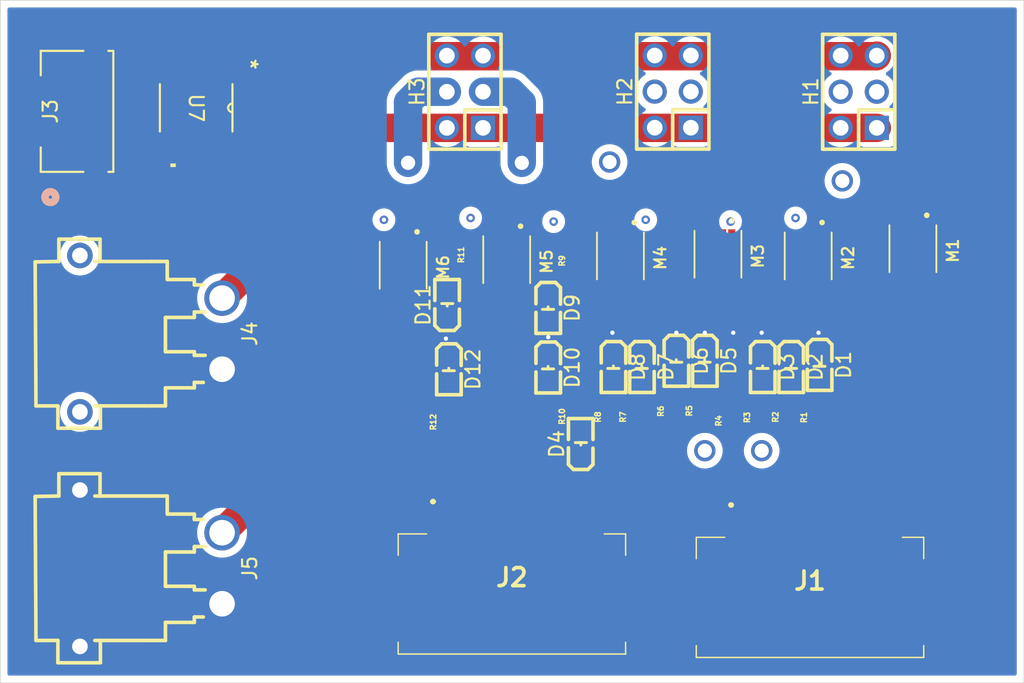
<source format=kicad_pcb>
(kicad_pcb (version 20241229) (generator "pcbnew") (generator_version "9.0")
  (layers (0 "F.Cu" signal) (2 "B.Cu" signal) (13 "F.Paste" user) (15 "B.Paste" user) (5 "F.SilkS" user "F.Silkscreen") (7 "B.SilkS" user "B.Silkscreen") (1 "F.Mask" user) (3 "B.Mask" user) (25 "Edge.Cuts" user))
  (net 0 "")
  (net 1 "Net-(D1-Pad1)")
  (net 2 "GND")
  (net 3 "Net-(D2-Pad1)")
  (net 4 "Net-(D3-Pad1)")
  (net 5 "Net-(D4-Pad1)")
  (net 6 "Net-(D5-Pad1)")
  (net 7 "Net-(D6-Pad1)")
  (net 8 "Net-(D7-Pad1)")
  (net 9 "Net-(D8-Pad1)")
  (net 10 "Net-(D9-Pad1)")
  (net 11 "Net-(D10-Pad1)")
  (net 12 "Net-(D11-Pad1)")
  (net 13 "Net-(D12-Pad1)")
  (net 14 "SOL_2_PWR")
  (net 15 "SOL_1_PWR")
  (net 18 "SOL_3_PWR")
  (net 20 "SOL_5_PWR")
  (net 21 "SOL_6_PWR")
  (net 22 "SOL_4_PWR")
  (net 24 "SDA")
  (net 25 "I2C_GND")
  (net 26 "I2C_PWR")
  (net 27 "SCK")
  (net 30 "+12V")
  (net 31 "+6V")
  (net 32 "GATE_1")
  (net 33 "GATE_2")
  (net 34 "GATE_3")
  (net 35 "GATE_4")
  (net 36 "GATE_5")
  (net 37 "GATE_6")
  (net 44 "SRC_1")
  (net 45 "SRC_2")
  (net 46 "SRC_3")
  (net 47 "SRC_4")
  (net 48 "SRC_5")
  (net 49 "SRC_6")
  (footprint "Downloaded:RESC1607X60N" (layer "F.Cu") (at 144.632003 81.083 90)
    (property "Reference" "R3" (at -0.26 -1.1 90) (layer "F.SilkS") (effects (font (size 0.393701 0.393701))))
    (property "Value" "4.7kΩ")
    (pad "1" smd rect (at -0.735 0 90) (size 1.04 1.02) (layers "F.Cu" "F.Mask" "F.Paste") (net 45 "SRC_2"))
    (pad "2" smd rect (at 0.735 0 90) (size 1.04 1.02) (layers "F.Cu" "F.Mask" "F.Paste") (net 4 "Net-(D3-Pad1)"))
  )
  (footprint "Downloaded:RESC1607X60N" (layer "F.Cu") (at 142.632003 81.318 90)
    (property "Reference" "R4" (at -0.26 -1.1 90) (layer "F.SilkS") (effects (font (size 0.393701 0.393701))))
    (property "Value" "4.7kΩ")
    (pad "1" smd rect (at -0.735 0 90) (size 1.04 1.02) (layers "F.Cu" "F.Mask" "F.Paste") (net 14 "SOL_2_PWR"))
    (pad "2" smd rect (at 0.735 0 90) (size 1.04 1.02) (layers "F.Cu" "F.Mask" "F.Paste") (net 5 "Net-(D4-Pad1)"))
  )
  (footprint "Downloaded:TRANS_CSD17308Q3" (layer "F.Cu") (at 141.478 69.8585 -90)
    (property "Reference" "M3" (at 0.14 -2.808 90) (layer "F.SilkS") (effects (font (size 0.8 0.8))))
    (property "Value" "CSD16323Q3")
    (pad "1" smd rect (at -1.435 0.975 270) (size 0.63 0.5) (layers "F.Cu") (net 34 "GATE_3"))
    (pad "2" smd rect (at -1.435 -0.975 270) (size 0.63 0.5) (layers "F.Cu") (net 46 "SRC_3"))
    (pad "2" smd rect (at -1.435 -0.325 270) (size 0.63 0.5) (layers "F.Cu") (net 46 "SRC_3"))
    (pad "2" smd rect (at -1.435 0.325 270) (size 0.63 0.5) (layers "F.Cu") (net 46 "SRC_3"))
    (pad "3" smd custom (at 0 0 270) (size 0.63 0.5) (layers "F.Cu") (net 18 "SOL_3_PWR") (options (clearance outline) (anchor rect)) (primitives (gr_poly (pts (xy 1.75 -1.225) (xy 1.75 -0.725) (xy 1.34 -0.725) (xy 1.34 -0.575) (xy 1.75 -0.575) (xy 1.75 -0.075) (xy 1.34 -0.075) (xy 1.34 0.075) (xy 1.75 0.075) (xy 1.75 0.575) (xy 1.34 0.575) (xy 1.34 0.725) (xy 1.75 0.725) (xy 1.75 1.225) (xy -0.56 1.225) (xy -0.56 -1.225)) (width 0.01) (fill yes))))
  )
  (footprint "Downloaded:PW16" (layer "F.Cu") (at 104.775 59.563 -90)
    (property "Reference" "U7" (at 0 0 270) (layer "F.SilkS"))
    (property "Value" "PCA9534PWR")
    (fp_text user "*" (at -3.0734 -3.773601 270) (layer "F.SilkS"))
    (fp_text user "*" (at -3.0734 -3.773601 270) (layer "F.SilkS"))
    (pad "1" smd rect (at -2.8194 -2.274999 270) (size 1.6764 0.3556) (layers "F.Cu" "F.Mask" "F.Paste"))
    (pad "2" smd rect (at -2.8194 -1.625001 270) (size 1.6764 0.3556) (layers "F.Cu" "F.Mask" "F.Paste"))
    (pad "3" smd rect (at -2.8194 -0.974999 270) (size 1.6764 0.3556) (layers "F.Cu" "F.Mask" "F.Paste"))
    (pad "4" smd rect (at -2.8194 -0.325001 270) (size 1.6764 0.3556) (layers "F.Cu" "F.Mask" "F.Paste") (net 32 "GATE_1"))
    (pad "5" smd rect (at -2.8194 0.324998 270) (size 1.6764 0.3556) (layers "F.Cu" "F.Mask" "F.Paste") (net 33 "GATE_2"))
    (pad "6" smd rect (at -2.8194 0.974999 270) (size 1.6764 0.3556) (layers "F.Cu" "F.Mask" "F.Paste") (net 34 "GATE_3"))
    (pad "7" smd rect (at -2.8194 1.624998 270) (size 1.6764 0.3556) (layers "F.Cu" "F.Mask" "F.Paste") (net 35 "GATE_4"))
    (pad "8" smd rect (at -2.8194 2.274999 270) (size 1.6764 0.3556) (layers "F.Cu" "F.Mask" "F.Paste") (net 25 "I2C_GND"))
    (pad "9" smd rect (at 2.8194 2.274999 270) (size 1.6764 0.3556) (layers "F.Cu" "F.Mask" "F.Paste") (net 36 "GATE_5"))
    (pad "10" smd rect (at 2.8194 1.625001 270) (size 1.6764 0.3556) (layers "F.Cu" "F.Mask" "F.Paste") (net 37 "GATE_6"))
    (pad "11" smd rect (at 2.8194 0.974999 270) (size 1.6764 0.3556) (layers "F.Cu" "F.Mask" "F.Paste"))
    (pad "12" smd rect (at 2.8194 0.325001 270) (size 1.6764 0.3556) (layers "F.Cu" "F.Mask" "F.Paste"))
    (pad "13" smd rect (at 2.8194 -0.324998 270) (size 1.6764 0.3556) (layers "F.Cu" "F.Mask" "F.Paste"))
    (pad "14" smd rect (at 2.8194 -0.974999 270) (size 1.6764 0.3556) (layers "F.Cu" "F.Mask" "F.Paste") (net 27 "SCK"))
    (pad "15" smd rect (at 2.8194 -1.624998 270) (size 1.6764 0.3556) (layers "F.Cu" "F.Mask" "F.Paste") (net 24 "SDA"))
    (pad "16" smd rect (at 2.8194 -2.274999 270) (size 1.6764 0.3556) (layers "F.Cu" "F.Mask" "F.Paste") (net 26 "I2C_PWR"))
  )
  (footprint "Downloaded:HDR-TH_6P-P2.54-V-M-R2-C3-S2.54-2" (layer "F.Cu") (at 123.681 58.43 90)
    (property "Reference" "H3" (at 0 -3.367 90) (layer "F.SilkS"))
    (property "Value" "~")
    (pad "1" thru_hole rect (at -2.54 1.27 90) (size 1.7 1.7) (drill 1.1) (layers "*.Cu" "*.Mask") (net 31 "+6V"))
    (pad "2" thru_hole circle (at -2.54 -1.27 90) (size 1.7 1.7) (drill 1.1) (layers "*.Cu" "*.Mask") (net 31 "+6V"))
    (pad "3" thru_hole circle (at 0 1.27 90) (size 1.7 1.7) (drill 1.1) (layers "*.Cu" "*.Mask") (net 48 "SRC_5"))
    (pad "4" thru_hole circle (at 0 -1.27 90) (size 1.7 1.7) (drill 1.1) (layers "*.Cu" "*.Mask") (net 49 "SRC_6"))
    (pad "5" thru_hole circle (at 2.54 1.27 90) (size 1.7 1.7) (drill 1.1) (layers "*.Cu" "*.Mask") (net 30 "+12V"))
    (pad "6" thru_hole circle (at 2.54 -1.27 90) (size 1.7 1.7) (drill 1.1) (layers "*.Cu" "*.Mask") (net 30 "+12V"))
  )
  (footprint "Downloaded:TRANS_CSD17308Q3" (layer "F.Cu") (at 134.62 69.977 -90)
    (property "Reference" "M4" (at 0.14 -2.808 90) (layer "F.SilkS") (effects (font (size 0.8 0.8))))
    (property "Value" "CSD16323Q3")
    (pad "1" smd rect (at -1.435 0.975 270) (size 0.63 0.5) (layers "F.Cu") (net 35 "GATE_4"))
    (pad "2" smd rect (at -1.435 -0.975 270) (size 0.63 0.5) (layers "F.Cu") (net 47 "SRC_4"))
    (pad "2" smd rect (at -1.435 -0.325 270) (size 0.63 0.5) (layers "F.Cu") (net 47 "SRC_4"))
    (pad "2" smd rect (at -1.435 0.325 270) (size 0.63 0.5) (layers "F.Cu") (net 47 "SRC_4"))
    (pad "3" smd custom (at 0 0 270) (size 0.63 0.5) (layers "F.Cu") (net 22 "SOL_4_PWR") (options (clearance outline) (anchor rect)) (primitives (gr_poly (pts (xy 1.75 -1.225) (xy 1.75 -0.725) (xy 1.34 -0.725) (xy 1.34 -0.575) (xy 1.75 -0.575) (xy 1.75 -0.075) (xy 1.34 -0.075) (xy 1.34 0.075) (xy 1.75 0.075) (xy 1.75 0.575) (xy 1.34 0.575) (xy 1.34 0.725) (xy 1.75 0.725) (xy 1.75 1.225) (xy -0.56 1.225) (xy -0.56 -1.225)) (width 0.01) (fill yes))))
  )
  (footprint "Downloaded:CONN-TH_XT30PW-M" (layer "F.Cu") (at 101.59725 91.948 -90)
    (property "Reference" "J5" (at 0 -6.95 90) (layer "F.SilkS"))
    (property "Value" "XT30PW-M30.G.Y1")
    (pad "1" thru_hole circle (at -2.5 -5 270) (size 2.5 2.5) (drill 1.8) (layers "*.Cu" "*.Mask") (net 31 "+6V"))
    (pad "2" thru_hole circle (at 2.5 -5 270) (size 2.5 2.5) (drill 1.8) (layers "*.Cu" "*.Mask") (net 2 "GND"))
    (pad "3" thru_hole circle (at 5.5 5 270) (size 1.8 1.8) (drill 1.1) (layers "*.Cu" "*.Mask") (net 2 "GND"))
    (pad "4" thru_hole circle (at -5.5 5 270) (size 1.8 1.8) (drill 1.1) (layers "*.Cu" "*.Mask") (net 2 "GND"))
  )
  (footprint "Downloaded:RESC1607X60N" (layer "F.Cu") (at 140.557 80.615 90)
    (property "Reference" "R5" (at -0.26 -1.1 90) (layer "F.SilkS") (effects (font (size 0.393701 0.393701))))
    (property "Value" "4.7kΩ")
    (pad "1" smd rect (at -0.735 0 90) (size 1.04 1.02) (layers "F.Cu" "F.Mask" "F.Paste") (net 46 "SRC_3"))
    (pad "2" smd rect (at 0.735 0 90) (size 1.04 1.02) (layers "F.Cu" "F.Mask" "F.Paste") (net 6 "Net-(D5-Pad1)"))
  )
  (footprint "Downloaded:RESC1607X60N" (layer "F.Cu") (at 122.555 81.407 90)
    (property "Reference" "R12" (at -0.26 -1.1 90) (layer "F.SilkS") (effects (font (size 0.393701 0.393701))))
    (property "Value" "4.7kΩ")
    (pad "1" smd rect (at -0.735 0 90) (size 1.04 1.02) (layers "F.Cu" "F.Mask" "F.Paste") (net 21 "SOL_6_PWR"))
    (pad "2" smd rect (at 0.735 0 90) (size 1.04 1.02) (layers "F.Cu" "F.Mask" "F.Paste") (net 13 "Net-(D12-Pad1)"))
  )
  (footprint "Downloaded:TRANS_CSD17308Q3" (layer "F.Cu") (at 119.337 70.634502 -90)
    (property "Reference" "M6" (at 0.14 -2.808 90) (layer "F.SilkS") (effects (font (size 0.8 0.8))))
    (property "Value" "CSD16323Q3")
    (pad "1" smd rect (at -1.435 0.975 270) (size 0.63 0.5) (layers "F.Cu") (net 37 "GATE_6"))
    (pad "2" smd rect (at -1.435 -0.975 270) (size 0.63 0.5) (layers "F.Cu") (net 49 "SRC_6"))
    (pad "2" smd rect (at -1.435 -0.325 270) (size 0.63 0.5) (layers "F.Cu") (net 49 "SRC_6"))
    (pad "2" smd rect (at -1.435 0.325 270) (size 0.63 0.5) (layers "F.Cu") (net 49 "SRC_6"))
    (pad "3" smd custom (at 0 0 270) (size 0.63 0.5) (layers "F.Cu") (net 21 "SOL_6_PWR") (options (clearance outline) (anchor rect)) (primitives (gr_poly (pts (xy 1.75 -1.225) (xy 1.75 -0.725) (xy 1.34 -0.725) (xy 1.34 -0.575) (xy 1.75 -0.575) (xy 1.75 -0.075) (xy 1.34 -0.075) (xy 1.34 0.075) (xy 1.75 0.075) (xy 1.75 0.575) (xy 1.34 0.575) (xy 1.34 0.725) (xy 1.75 0.725) (xy 1.75 1.225) (xy -0.56 1.225) (xy -0.56 -1.225)) (width 0.01) (fill yes))))
  )
  (footprint "Downloaded:LED0603-R-RD_GREEN" (layer "F.Cu") (at 134.132003 77.818 -90)
    (property "Reference" "D8" (at -0.02525 -1.6905 90) (layer "F.SilkS"))
    (property "Value" "SZYY0603G")
    (pad "1" smd rect (at 0.851 0) (size 0.8 0.8) (layers "F.Cu" "F.Mask" "F.Paste") (net 9 "Net-(D8-Pad1)"))
    (pad "2" smd rect (at -0.851 0) (size 0.8 0.8) (layers "F.Cu" "F.Mask" "F.Paste") (net 2 "GND"))
  )
  (footprint "Downloaded:RESC1607X60N" (layer "F.Cu") (at 146.632003 81.053 90)
    (property "Reference" "R2" (at -0.26 -1.1 90) (layer "F.SilkS") (effects (font (size 0.393701 0.393701))))
    (property "Value" "4.7kΩ")
    (pad "1" smd rect (at -0.735 0 90) (size 1.04 1.02) (layers "F.Cu" "F.Mask" "F.Paste") (net 15 "SOL_1_PWR"))
    (pad "2" smd rect (at 0.735 0 90) (size 1.04 1.02) (layers "F.Cu" "F.Mask" "F.Paste") (net 3 "Net-(D2-Pad1)"))
  )
  (footprint "Downloaded:CONN-TH_XT30PW-M" (layer "F.Cu") (at 101.59725 75.448 -90)
    (property "Reference" "J4" (at 0 -6.95 90) (layer "F.SilkS"))
    (property "Value" "XT30PW-M30.G.Y1")
    (pad "1" thru_hole circle (at -2.5 -5 270) (size 2.5 2.5) (drill 1.8) (layers "*.Cu" "*.Mask") (net 30 "+12V"))
    (pad "2" thru_hole circle (at 2.5 -5 270) (size 2.5 2.5) (drill 1.8) (layers "*.Cu" "*.Mask") (net 2 "GND"))
    (pad "3" thru_hole circle (at 5.5 5 270) (size 1.8 1.8) (drill 1.1) (layers "*.Cu" "*.Mask"))
    (pad "4" thru_hole circle (at -5.5 5 270) (size 1.8 1.8) (drill 1.1) (layers "*.Cu" "*.Mask"))
  )
  (footprint "Downloaded:RESC1607X60N" (layer "F.Cu") (at 134.132003 81.053 90)
    (property "Reference" "R8" (at -0.26 -1.1 90) (layer "F.SilkS") (effects (font (size 0.393701 0.393701))))
    (property "Value" "4.7kΩ")
    (pad "1" smd rect (at -0.735 0 90) (size 1.04 1.02) (layers "F.Cu" "F.Mask" "F.Paste") (net 22 "SOL_4_PWR"))
    (pad "2" smd rect (at 0.735 0 90) (size 1.04 1.02) (layers "F.Cu" "F.Mask" "F.Paste") (net 9 "Net-(D8-Pad1)"))
  )
  (footprint "Downloaded:HDR-TH_6P-P2.54-V-M-R2-C3-S2.54-2" (layer "F.Cu") (at 151.384 58.43 90)
    (property "Reference" "H1" (at 0 -3.367 90) (layer "F.SilkS"))
    (property "Value" "~")
    (pad "1" thru_hole rect (at -2.54 1.27 90) (size 1.7 1.7) (drill 1.1) (layers "*.Cu" "*.Mask") (net 31 "+6V"))
    (pad "2" thru_hole circle (at -2.54 -1.27 90) (size 1.7 1.7) (drill 1.1) (layers "*.Cu" "*.Mask") (net 31 "+6V"))
    (pad "3" thru_hole circle (at 0 1.27 90) (size 1.7 1.7) (drill 1.1) (layers "*.Cu" "*.Mask") (net 44 "SRC_1"))
    (pad "4" thru_hole circle (at 0 -1.27 90) (size 1.7 1.7) (drill 1.1) (layers "*.Cu" "*.Mask") (net 45 "SRC_2"))
    (pad "5" thru_hole circle (at 2.54 1.27 90) (size 1.7 1.7) (drill 1.1) (layers "*.Cu" "*.Mask") (net 30 "+12V"))
    (pad "6" thru_hole circle (at 2.54 -1.27 90) (size 1.7 1.7) (drill 1.1) (layers "*.Cu" "*.Mask") (net 30 "+12V"))
  )
  (footprint "Downloaded:LED0603-R-RD_ORANGE" (layer "F.Cu") (at 144.632003 77.818 -90)
    (property "Reference" "D3" (at -0.02525 -1.6905 90) (layer "F.SilkS"))
    (property "Value" "SZYY0603O")
    (pad "1" smd rect (at 0.851 0) (size 0.8 0.8) (layers "F.Cu" "F.Mask" "F.Paste") (net 4 "Net-(D3-Pad1)"))
    (pad "2" smd rect (at -0.851 0) (size 0.8 0.8) (layers "F.Cu" "F.Mask" "F.Paste") (net 2 "GND"))
  )
  (footprint "Downloaded:CONN_SM04B-GHS-TB_JST" (layer "F.Cu") (at 96.394 59.809 90)
    (property "Reference" "J3" (at 0 -1.8757 90) (layer "F.SilkS"))
    (property "Value" "SM04B-GHS-TB")
    (pad "1" smd rect (at -1.875 -1.8757 90) (size 0.6604 1.7018) (layers "F.Cu" "F.Mask" "F.Paste") (net 24 "SDA"))
    (pad "2" smd rect (at -0.625 -1.8757 90) (size 0.6604 1.7018) (layers "F.Cu" "F.Mask" "F.Paste") (net 27 "SCK"))
    (pad "3" smd rect (at 0.625 -1.8757 90) (size 0.6604 1.7018) (layers "F.Cu" "F.Mask" "F.Paste") (net 26 "I2C_PWR"))
    (pad "4" smd rect (at 1.875 -1.8757 90) (size 0.6604 1.7018) (layers "F.Cu" "F.Mask" "F.Paste") (net 25 "I2C_GND"))
    (pad "5" smd rect (at -3.724999 1.324301 180) (size 1.0922 2.794) (layers "F.Cu" "F.Mask" "F.Paste"))
    (pad "6" smd rect (at 3.724999 1.324301 180) (size 1.0922 2.794) (layers "F.Cu" "F.Mask" "F.Paste"))
  )
  (footprint "Downloaded:RESC1607X60N" (layer "F.Cu") (at 129.413 81.534 -90)
    (property "Reference" "R10" (at -0.26 -1.1 90) (layer "F.SilkS") (effects (font (size 0.393701 0.393701))))
    (property "Value" "4.7kΩ")
    (pad "1" smd rect (at -0.735 0 270) (size 1.04 1.02) (layers "F.Cu" "F.Mask" "F.Paste") (net 20 "SOL_5_PWR"))
    (pad "2" smd rect (at 0.735 0 270) (size 1.04 1.02) (layers "F.Cu" "F.Mask" "F.Paste") (net 11 "Net-(D10-Pad1)"))
  )
  (footprint "Downloaded:RESC1607X60N" (layer "F.Cu") (at 148.632003 81.083 90)
    (property "Reference" "R1" (at -0.26 -1.1 90) (layer "F.SilkS") (effects (font (size 0.393701 0.393701))))
    (property "Value" "4.7kΩ")
    (pad "1" smd rect (at -0.735 0 90) (size 1.04 1.02) (layers "F.Cu" "F.Mask" "F.Paste") (net 44 "SRC_1"))
    (pad "2" smd rect (at 0.735 0 90) (size 1.04 1.02) (layers "F.Cu" "F.Mask" "F.Paste") (net 1 "Net-(D1-Pad1)"))
  )
  (footprint "Downloaded:HDR-TH_6P-P2.54-V-M-R2-C3-S2.54-2" (layer "F.Cu") (at 138.303 58.42 90)
    (property "Reference" "H2" (at 0 -3.367 90) (layer "F.SilkS"))
    (property "Value" "~" (hide yes))
    (pad "1" thru_hole rect (at -2.54 1.27 90) (size 1.7 1.7) (drill 1.1) (layers "*.Cu" "*.Mask") (net 31 "+6V"))
    (pad "2" thru_hole circle (at -2.54 -1.27 90) (size 1.7 1.7) (drill 1.1) (layers "*.Cu" "*.Mask") (net 31 "+6V"))
    (pad "3" thru_hole circle (at 0 1.27 90) (size 1.7 1.7) (drill 1.1) (layers "*.Cu" "*.Mask") (net 46 "SRC_3"))
    (pad "4" thru_hole circle (at 0 -1.27 90) (size 1.7 1.7) (drill 1.1) (layers "*.Cu" "*.Mask") (net 47 "SRC_4"))
    (pad "5" thru_hole circle (at 2.54 1.27 90) (size 1.7 1.7) (drill 1.1) (layers "*.Cu" "*.Mask") (net 30 "+12V"))
    (pad "6" thru_hole circle (at 2.54 -1.27 90) (size 1.7 1.7) (drill 1.1) (layers "*.Cu" "*.Mask") (net 30 "+12V"))
  )
  (footprint "Downloaded:LED0603-R-RD_GREEN" (layer "F.Cu") (at 122.555 77.978 -90)
    (property "Reference" "D12" (at -0.02525 -1.6905 90) (layer "F.SilkS"))
    (property "Value" "SZYY0603G")
    (pad "1" smd rect (at 0.851 0) (size 0.8 0.8) (layers "F.Cu" "F.Mask" "F.Paste") (net 13 "Net-(D12-Pad1)"))
    (pad "2" smd rect (at -0.851 0) (size 0.8 0.8) (layers "F.Cu" "F.Mask" "F.Paste") (net 2 "GND"))
  )
  (footprint "Downloaded:5055780671" (layer "F.Cu") (at 147.955 93.9995)
    (property "Reference" "J1" (at 0 -1.163 0) (layer "F.SilkS") (effects (font (size 1.27 1.27) (thickness 0.254))))
    (property "Value" "505578-0671" (hide yes))
    (pad "1" smd rect (at -5 -4.225) (size 1 2.5) (layers "F.Cu" "F.Mask" "F.Paste") (net 18 "SOL_3_PWR"))
    (pad "2" smd rect (at -3 -4.225) (size 1 2.5) (layers "F.Cu" "F.Mask" "F.Paste") (net 2 "GND"))
    (pad "3" smd rect (at -1 -4.225) (size 1 2.5) (layers "F.Cu" "F.Mask" "F.Paste") (net 14 "SOL_2_PWR"))
    (pad "4" smd rect (at 1 -4.225) (size 1 2.5) (layers "F.Cu" "F.Mask" "F.Paste") (net 2 "GND"))
    (pad "5" smd rect (at 3 -4.225) (size 1 2.5) (layers "F.Cu" "F.Mask" "F.Paste") (net 15 "SOL_1_PWR"))
    (pad "6" smd rect (at 5 -4.225) (size 1 2.5) (layers "F.Cu" "F.Mask" "F.Paste") (net 2 "GND"))
    (pad "MP1" smd rect (at 7.4 -0.075) (size 1.8 3.8) (layers "F.Cu" "F.Mask" "F.Paste"))
    (pad "MP2" smd rect (at -7.4 -0.075) (size 1.8 3.8) (layers "F.Cu" "F.Mask" "F.Paste"))
  )
  (footprint "Downloaded:LED0603-R-RD_ORANGE" (layer "F.Cu") (at 140.557 77.38 -90)
    (property "Reference" "D5" (at -0.02525 -1.6905 90) (layer "F.SilkS"))
    (property "Value" "SZYY0603O")
    (pad "1" smd rect (at 0.851 0) (size 0.8 0.8) (layers "F.Cu" "F.Mask" "F.Paste") (net 6 "Net-(D5-Pad1)"))
    (pad "2" smd rect (at -0.851 0) (size 0.8 0.8) (layers "F.Cu" "F.Mask" "F.Paste") (net 2 "GND"))
  )
  (footprint "Downloaded:TRANS_CSD17308Q3" (layer "F.Cu") (at 147.828 69.977 -90)
    (property "Reference" "M2" (at 0.14 -2.808 90) (layer "F.SilkS") (effects (font (size 0.8 0.8))))
    (property "Value" "CSD16323Q3")
    (pad "1" smd rect (at -1.435 0.975 270) (size 0.63 0.5) (layers "F.Cu") (net 33 "GATE_2"))
    (pad "2" smd rect (at -1.435 -0.975 270) (size 0.63 0.5) (layers "F.Cu") (net 45 "SRC_2"))
    (pad "2" smd rect (at -1.435 -0.325 270) (size 0.63 0.5) (layers "F.Cu") (net 45 "SRC_2"))
    (pad "2" smd rect (at -1.435 0.325 270) (size 0.63 0.5) (layers "F.Cu") (net 45 "SRC_2"))
    (pad "3" smd custom (at 0 0 270) (size 0.63 0.5) (layers "F.Cu") (net 14 "SOL_2_PWR") (options (clearance outline) (anchor rect)) (primitives (gr_poly (pts (xy 1.75 -1.225) (xy 1.75 -0.725) (xy 1.34 -0.725) (xy 1.34 -0.575) (xy 1.75 -0.575) (xy 1.75 -0.075) (xy 1.34 -0.075) (xy 1.34 0.075) (xy 1.75 0.075) (xy 1.75 0.575) (xy 1.34 0.575) (xy 1.34 0.725) (xy 1.75 0.725) (xy 1.75 1.225) (xy -0.56 1.225) (xy -0.56 -1.225)) (width 0.01) (fill yes))))
  )
  (footprint "Downloaded:TRANS_CSD17308Q3" (layer "F.Cu") (at 155.194 69.469 -90)
    (property "Reference" "M1" (at 0.14 -2.808 90) (layer "F.SilkS") (effects (font (size 0.8 0.8))))
    (property "Value" "CSD16323Q3")
    (pad "1" smd rect (at -1.435 0.975 270) (size 0.63 0.5) (layers "F.Cu") (net 32 "GATE_1"))
    (pad "2" smd rect (at -1.435 -0.975 270) (size 0.63 0.5) (layers "F.Cu") (net 44 "SRC_1"))
    (pad "2" smd rect (at -1.435 -0.325 270) (size 0.63 0.5) (layers "F.Cu") (net 44 "SRC_1"))
    (pad "2" smd rect (at -1.435 0.325 270) (size 0.63 0.5) (layers "F.Cu") (net 44 "SRC_1"))
    (pad "3" smd custom (at 0 0 270) (size 0.63 0.5) (layers "F.Cu") (net 15 "SOL_1_PWR") (options (clearance outline) (anchor rect)) (primitives (gr_poly (pts (xy 1.75 -1.225) (xy 1.75 -0.725) (xy 1.34 -0.725) (xy 1.34 -0.575) (xy 1.75 -0.575) (xy 1.75 -0.075) (xy 1.34 -0.075) (xy 1.34 0.075) (xy 1.75 0.075) (xy 1.75 0.575) (xy 1.34 0.575) (xy 1.34 0.725) (xy 1.75 0.725) (xy 1.75 1.225) (xy -0.56 1.225) (xy -0.56 -1.225)) (width 0.01) (fill yes))))
  )
  (footprint "Downloaded:LED0603-R-RD_ORANGE" (layer "F.Cu") (at 122.428 73.406 90)
    (property "Reference" "D11" (at -0.02525 -1.6905 90) (layer "F.SilkS"))
    (property "Value" "SZYY0603O")
    (pad "1" smd rect (at 0.851 0 180) (size 0.8 0.8) (layers "F.Cu" "F.Mask" "F.Paste") (net 12 "Net-(D11-Pad1)"))
    (pad "2" smd rect (at -0.851 0 180) (size 0.8 0.8) (layers "F.Cu" "F.Mask" "F.Paste") (net 2 "GND"))
  )
  (footprint "Downloaded:RESC1607X60N" (layer "F.Cu") (at 122.311 70.1655 -90)
    (property "Reference" "R11" (at -0.26 -1.1 90) (layer "F.SilkS") (effects (font (size 0.393701 0.393701))))
    (property "Value" "4.7kΩ")
    (pad "1" smd rect (at -0.735 0 270) (size 1.04 1.02) (layers "F.Cu" "F.Mask" "F.Paste") (net 49 "SRC_6"))
    (pad "2" smd rect (at 0.735 0 270) (size 1.04 1.02) (layers "F.Cu" "F.Mask" "F.Paste") (net 12 "Net-(D11-Pad1)"))
  )
  (footprint "Downloaded:TRANS_CSD17308Q3" (layer "F.Cu") (at 126.619 70.2395 -90)
    (property "Reference" "M5" (at 0.14 -2.808 90) (layer "F.SilkS") (effects (font (size 0.8 0.8))))
    (property "Value" "CSD16323Q3")
    (pad "1" smd rect (at -1.435 0.975 270) (size 0.63 0.5) (layers "F.Cu") (net 36 "GATE_5"))
    (pad "2" smd rect (at -1.435 -0.975 270) (size 0.63 0.5) (layers "F.Cu") (net 48 "SRC_5"))
    (pad "2" smd rect (at -1.435 -0.325 270) (size 0.63 0.5) (layers "F.Cu") (net 48 "SRC_5"))
    (pad "2" smd rect (at -1.435 0.325 270) (size 0.63 0.5) (layers "F.Cu") (net 48 "SRC_5"))
    (pad "3" smd custom (at 0 0 270) (size 0.63 0.5) (layers "F.Cu") (net 20 "SOL_5_PWR") (options (clearance outline) (anchor rect)) (primitives (gr_poly (pts (xy 1.75 -1.225) (xy 1.75 -0.725) (xy 1.34 -0.725) (xy 1.34 -0.575) (xy 1.75 -0.575) (xy 1.75 -0.075) (xy 1.34 -0.075) (xy 1.34 0.075) (xy 1.75 0.075) (xy 1.75 0.575) (xy 1.34 0.575) (xy 1.34 0.725) (xy 1.75 0.725) (xy 1.75 1.225) (xy -0.56 1.225) (xy -0.56 -1.225)) (width 0.01) (fill yes))))
  )
  (footprint "Downloaded:LED0603-R-RD_GREEN" (layer "F.Cu") (at 138.557 77.38 -90)
    (property "Reference" "D6" (at -0.02525 -1.6905 90) (layer "F.SilkS"))
    (property "Value" "SZYY0603G")
    (pad "1" smd rect (at 0.851 0) (size 0.8 0.8) (layers "F.Cu" "F.Mask" "F.Paste") (net 7 "Net-(D6-Pad1)"))
    (pad "2" smd rect (at -0.851 0) (size 0.8 0.8) (layers "F.Cu" "F.Mask" "F.Paste") (net 2 "GND"))
  )
  (footprint "Downloaded:LED0603-R-RD_ORANGE" (layer "F.Cu") (at 136.132003 77.818 -90)
    (property "Reference" "D7" (at -0.02525 -1.6905 90) (layer "F.SilkS"))
    (property "Value" "SZYY0603O")
    (pad "1" smd rect (at 0.851 0) (size 0.8 0.8) (layers "F.Cu" "F.Mask" "F.Paste") (net 8 "Net-(D7-Pad1)"))
    (pad "2" smd rect (at -0.851 0) (size 0.8 0.8) (layers "F.Cu" "F.Mask" "F.Paste") (net 2 "GND"))
  )
  (footprint "Downloaded:5055780671" (layer "F.Cu") (at 126.984 93.76)
    (property "Reference" "J2" (at 0 -1.163 0) (layer "F.SilkS") (effects (font (size 1.27 1.27) (thickness 0.254))))
    (property "Value" "505578-0671" (hide yes))
    (pad "1" smd rect (at -5 -4.225) (size 1 2.5) (layers "F.Cu" "F.Mask" "F.Paste") (net 21 "SOL_6_PWR"))
    (pad "2" smd rect (at -3 -4.225) (size 1 2.5) (layers "F.Cu" "F.Mask" "F.Paste") (net 2 "GND"))
    (pad "3" smd rect (at -1 -4.225) (size 1 2.5) (layers "F.Cu" "F.Mask" "F.Paste") (net 20 "SOL_5_PWR"))
    (pad "4" smd rect (at 1 -4.225) (size 1 2.5) (layers "F.Cu" "F.Mask" "F.Paste") (net 2 "GND"))
    (pad "5" smd rect (at 3 -4.225) (size 1 2.5) (layers "F.Cu" "F.Mask" "F.Paste") (net 22 "SOL_4_PWR"))
    (pad "6" smd rect (at 5 -4.225) (size 1 2.5) (layers "F.Cu" "F.Mask" "F.Paste") (net 2 "GND"))
    (pad "MP1" smd rect (at 7.4 -0.075) (size 1.8 3.8) (layers "F.Cu" "F.Mask" "F.Paste"))
    (pad "MP2" smd rect (at -7.4 -0.075) (size 1.8 3.8) (layers "F.Cu" "F.Mask" "F.Paste"))
  )
  (footprint "Downloaded:RESC1607X60N" (layer "F.Cu") (at 138.557 80.645 90)
    (property "Reference" "R6" (at -0.26 -1.1 90) (layer "F.SilkS") (effects (font (size 0.393701 0.393701))))
    (property "Value" "4.7kΩ")
    (pad "1" smd rect (at -0.735 0 90) (size 1.04 1.02) (layers "F.Cu" "F.Mask" "F.Paste") (net 18 "SOL_3_PWR"))
    (pad "2" smd rect (at 0.735 0 90) (size 1.04 1.02) (layers "F.Cu" "F.Mask" "F.Paste") (net 7 "Net-(D6-Pad1)"))
  )
  (footprint "Downloaded:LED0603-R-RD_GREEN" (layer "F.Cu") (at 146.632003 77.818 -90)
    (property "Reference" "D2" (at -0.02525 -1.6905 90) (layer "F.SilkS"))
    (property "Value" "SZYY0603G")
    (pad "1" smd rect (at 0.851 0) (size 0.8 0.8) (layers "F.Cu" "F.Mask" "F.Paste") (net 3 "Net-(D2-Pad1)"))
    (pad "2" smd rect (at -0.851 0) (size 0.8 0.8) (layers "F.Cu" "F.Mask" "F.Paste") (net 2 "GND"))
  )
  (footprint "Downloaded:LED0603-R-RD_GREEN" (layer "F.Cu") (at 131.826 83.185 90)
    (property "Reference" "D4" (at -0.02525 -1.6905 90) (layer "F.SilkS"))
    (property "Value" "SZYY0603G")
    (pad "1" smd rect (at 0.851 0 180) (size 0.8 0.8) (layers "F.Cu" "F.Mask" "F.Paste") (net 5 "Net-(D4-Pad1)"))
    (pad "2" smd rect (at -0.851 0 180) (size 0.8 0.8) (layers "F.Cu" "F.Mask" "F.Paste") (net 2 "GND"))
  )
  (footprint "Downloaded:RESC1607X60N" (layer "F.Cu") (at 129.413 70.585 -90)
    (property "Reference" "R9" (at -0.26 -1.1 90) (layer "F.SilkS") (effects (font (size 0.393701 0.393701))))
    (property "Value" "4.7kΩ")
    (pad "1" smd rect (at -0.735 0 270) (size 1.04 1.02) (layers "F.Cu" "F.Mask" "F.Paste") (net 48 "SRC_5"))
    (pad "2" smd rect (at 0.735 0 270) (size 1.04 1.02) (layers "F.Cu" "F.Mask" "F.Paste") (net 10 "Net-(D9-Pad1)"))
  )
  (footprint "Downloaded:LED0603-R-RD_ORANGE" (layer "F.Cu") (at 129.54 73.66 -90)
    (property "Reference" "D9" (at -0.02525 -1.6905 90) (layer "F.SilkS"))
    (property "Value" "SZYY0603O")
    (pad "1" smd rect (at 0.851 0) (size 0.8 0.8) (layers "F.Cu" "F.Mask" "F.Paste") (net 10 "Net-(D9-Pad1)"))
    (pad "2" smd rect (at -0.851 0) (size 0.8 0.8) (layers "F.Cu" "F.Mask" "F.Paste") (net 2 "GND"))
  )
  (footprint "Downloaded:LED0603-R-RD_GREEN" (layer "F.Cu") (at 129.54 77.851 -90)
    (property "Reference" "D10" (at -0.02525 -1.6905 90) (layer "F.SilkS"))
    (property "Value" "SZYY0603G")
    (pad "1" smd rect (at 0.851 0) (size 0.8 0.8) (layers "F.Cu" "F.Mask" "F.Paste") (net 11 "Net-(D10-Pad1)"))
    (pad "2" smd rect (at -0.851 0) (size 0.8 0.8) (layers "F.Cu" "F.Mask" "F.Paste") (net 2 "GND"))
  )
  (footprint "Downloaded:RESC1607X60N" (layer "F.Cu") (at 135.897003 81.053 90)
    (property "Reference" "R7" (at -0.26 -1.1 90) (layer "F.SilkS") (effects (font (size 0.393701 0.393701))))
    (property "Value" "4.7kΩ")
    (pad "1" smd rect (at -0.735 0 90) (size 1.04 1.02) (layers "F.Cu" "F.Mask" "F.Paste") (net 47 "SRC_4"))
    (pad "2" smd rect (at 0.735 0 90) (size 1.04 1.02) (layers "F.Cu" "F.Mask" "F.Paste") (net 8 "Net-(D7-Pad1)"))
  )
  (footprint "Downloaded:LED0603-R-RD_ORANGE" (layer "F.Cu") (at 148.632003 77.669 -90)
    (property "Reference" "D1" (at -0.02525 -1.6905 90) (layer "F.SilkS"))
    (property "Value" "SZYY0603O")
    (pad "1" smd rect (at 0.851 0) (size 0.8 0.8) (layers "F.Cu" "F.Mask" "F.Paste") (net 1 "Net-(D1-Pad1)"))
    (pad "2" smd rect (at -0.851 0) (size 0.8 0.8) (layers "F.Cu" "F.Mask" "F.Paste") (net 2 "GND"))
  )
  (gr_rect (start 91 52) (end 163 100) (stroke (width 0.05)) (fill no) (layer "Edge.Cuts"))
  (via (at 129.921 67.564) (size 0.6) (drill 0.3) (layers "F.Cu" "B.Cu") (net 0))
  (via (at 117.983 67.437) (size 0.6) (drill 0.3) (layers "F.Cu" "B.Cu") (net 0))
  (via (at 124.079 67.31) (size 0.6) (drill 0.3) (layers "F.Cu" "B.Cu") (net 0))
  (via (at 136.398 67.437) (size 0.6) (drill 0.3) (layers "F.Cu" "B.Cu") (net 0))
  (via (at 142.367 67.564) (size 0.6) (drill 0.3) (layers "F.Cu" "B.Cu") (net 0))
  (via (at 146.939 67.31) (size 0.6) (drill 0.3) (layers "F.Cu" "B.Cu") (net 0))
  (via (at 142.557 75.38) (size 0.6) (drill 0.3) (layers "F.Cu" "B.Cu") (net 2))
  (via (at 134.057 75.38) (size 0.6) (drill 0.3) (layers "F.Cu" "B.Cu") (net 2))
  (via (at 122.344 75.796498) (size 0.6) (drill 0.3) (layers "F.Cu" "B.Cu") (net 2))
  (via (at 138.557 75.38) (size 0.6) (drill 0.3) (layers "F.Cu" "B.Cu") (net 2))
  (via (at 140.557 75.38) (size 0.6) (drill 0.3) (layers "F.Cu" "B.Cu") (net 2))
  (via (at 144.557 75.38) (size 0.6) (drill 0.3) (layers "F.Cu" "B.Cu") (net 2))
  (via (at 129.54 75.692) (size 0.6) (drill 0.3) (layers "F.Cu" "B.Cu") (net 2))
  (via (at 148.557 75.38) (size 0.6) (drill 0.3) (layers "F.Cu" "B.Cu") (net 2))
  (segment (start 111.181 79.93) (end 111.158 79.953) (width 0.2) (layer "B.Cu") (net 2))
  (segment (start 111.181 80.43) (end 111.118 80.367) (width 0.2) (layer "B.Cu") (net 2))
  (segment (start 110.77825 68.767) (end 110.77825 57.33275) (width 2) (layer "F.Cu") (net 30))
  (segment (start 106.59725 72.948) (end 110.77825 68.767) (width 2) (layer "F.Cu") (net 30))
  (segment (start 152.614 55.93) (end 152.654 55.89) (width 2) (layer "F.Cu") (net 30))
  (segment (start 112.181 55.93) (end 152.614 55.93) (width 2) (layer "F.Cu") (net 30))
  (segment (start 110.77825 57.33275) (end 112.181 55.93) (width 2) (layer "F.Cu") (net 30))
  (segment (start 114.681 81.36425) (end 114.681 61.97) (width 2) (layer "F.Cu") (net 31))
  (segment (start 115.681 60.97) (end 152.654 60.97) (width 2) (layer "F.Cu") (net 31))
  (segment (start 106.59725 89.448) (end 114.681 81.36425) (width 2) (layer "F.Cu") (net 31))
  (segment (start 115.641 60.93) (end 115.681 60.97) (width 0.2) (layer "F.Cu") (net 31))
  (segment (start 114.681 61.97) (end 115.681 60.97) (width 2) (layer "F.Cu") (net 31))
  (via (at 150.231 64.7) (size 1.5) (drill 1) (layers "F.Cu" "B.Cu") (net 44))
  (via (at 144.557 83.679998) (size 1.5) (drill 1) (layers "F.Cu" "B.Cu") (net 45))
  (via (at 140.557 83.679998) (size 1.5) (drill 1) (layers "F.Cu" "B.Cu") (net 46))
  (via (at 133.858 63.373) (size 1.5) (drill 1) (layers "F.Cu" "B.Cu") (net 47))
  (via (at 127.681 63.43) (size 1.5) (drill 1) (layers "F.Cu" "B.Cu") (net 48))
  (segment (start 126.911 58.43) (end 127.681 59.2) (width 2) (layer "B.Cu") (net 48))
  (segment (start 124.951 58.43) (end 126.911 58.43) (width 2) (layer "B.Cu") (net 48))
  (segment (start 127.681 59.2) (end 127.681 63.43) (width 2) (layer "B.Cu") (net 48))
  (via (at 119.681 63.43) (size 1.5) (drill 1) (layers "F.Cu" "B.Cu") (net 49))
  (segment (start 119.681 59.16) (end 120.411 58.43) (width 2) (layer "B.Cu") (net 49))
  (segment (start 120.411 58.43) (end 122.411 58.43) (width 2) (layer "B.Cu") (net 49))
  (segment (start 119.681 63.43) (end 119.681 59.16) (width 2) (layer "B.Cu") (net 49))
  (zone (net 2) (net_name "GND") (layer "B.Cu") (connect_pads yes (clearance 0.5)) (min_thickness 0.25) (fill yes (thermal_gap 0.5) (thermal_bridge_width 0.5))
    (polygon (pts (xy 91 52) (xy 163 52) (xy 163 100) (xy 91 100)))
  )
)
</source>
